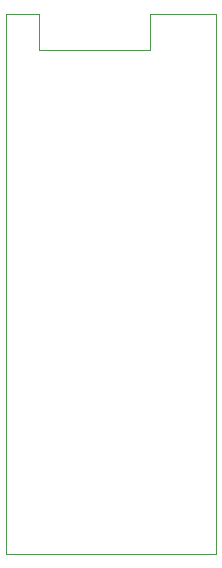
<source format=gbr>
%TF.GenerationSoftware,KiCad,Pcbnew,(6.0.2-0)*%
%TF.CreationDate,2022-03-30T15:17:53-04:00*%
%TF.ProjectId,dream_controller,64726561-6d5f-4636-9f6e-74726f6c6c65,rev?*%
%TF.SameCoordinates,Original*%
%TF.FileFunction,Profile,NP*%
%FSLAX46Y46*%
G04 Gerber Fmt 4.6, Leading zero omitted, Abs format (unit mm)*
G04 Created by KiCad (PCBNEW (6.0.2-0)) date 2022-03-30 15:17:53*
%MOMM*%
%LPD*%
G01*
G04 APERTURE LIST*
%TA.AperFunction,Profile*%
%ADD10C,0.100000*%
%TD*%
G04 APERTURE END LIST*
D10*
X125730000Y-85090000D02*
X128524000Y-85090000D01*
X143510000Y-85090000D02*
X143510000Y-130810000D01*
X125730000Y-130810000D02*
X125730000Y-85090000D01*
X137922000Y-85090000D02*
X143510000Y-85090000D01*
X128524000Y-85090000D02*
X128524000Y-88138000D01*
X137922000Y-88138000D02*
X137922000Y-85090000D01*
X143510000Y-130810000D02*
X125730000Y-130810000D01*
X128524000Y-88138000D02*
X137922000Y-88138000D01*
M02*

</source>
